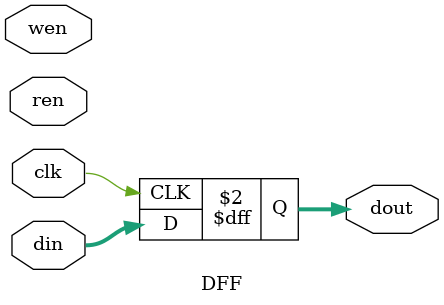
<source format=v>
`timescale 1ns / 1ps
module Memory(clk, ren, wen, addr, din, dout);
input clk;
input ren, wen;
input [6-1:0] addr;
input [8-1:0] din;
output [8-1:0] dout;
reg [8-1:0] dout;
wire [8-1:0] din0, din1, din2, din3, din4, din5, din6, din7,
din8, din9, din10, din11, din12, din13, din14, din15,
din16, din17, din18, din19, din20, din21, din22, din23,
din24, din25, din26, din27, din28, din29, din30, din31,
din32, din33, din34, din35, din36, din37, din38, din39,
din40, din41, din42, din43, din44, din45, din46, din47,
din48, din49, din50, din51, din52, din53, din54, din55,
din56, din57, din58, din59, din60, din61, din62, din63;

wire [8-1:0] w0, w1, w2, w3, w4, w5, w6, w7,
w8, w9, w10, w11, w12, w13, w14, w15,
w16, w17, w18, w19, w20, w21, w22, w23,
w24, w25, w26, w27, w28, w29, w30, w31,
w32, w33, w34, w35, w36, w37, w38, w39,
w40, w41, w42, w43, w44, w45, w46, w47,
w48, w49, w50, w51, w52, w53, w54, w55,
w56, w57, w58, w59, w60, w61, w62, w63;

assign din0 = (addr == 6'd0 && wen == 1 && ren == 1'b0) ? din : w0;
assign din1 = (addr == 6'd1 && wen == 1 && ren == 1'b0) ? din : w1;
assign din2 = (addr == 6'd2 && wen == 1 && ren == 1'b0) ? din : w2;
assign din3 = (addr == 6'd3 && wen == 1 && ren == 1'b0) ? din : w3;
assign din4 = (addr == 6'd4 && wen == 1 && ren == 1'b0) ? din : w4;
assign din5 = (addr == 6'd5 && wen == 1 && ren == 1'b0) ? din : w5;
assign din6 = (addr == 6'd6 && wen == 1 && ren == 1'b0) ? din : w6;
assign din7 = (addr == 6'd7 && wen == 1 && ren == 1'b0) ? din : w7;
assign din8 = (addr == 6'd8 && wen == 1 && ren == 1'b0) ? din : w8;
assign din9 = (addr == 6'd9 && wen == 1 && ren == 1'b0) ? din : w9;
assign din10 = (addr == 6'd10 && wen == 1 && ren == 1'b0) ? din : w10;
assign din11 = (addr == 6'd11 && wen == 1 && ren == 1'b0) ? din : w11;
assign din12 = (addr == 6'd12 && wen == 1 && ren == 1'b0) ? din : w12;
assign din13 = (addr == 6'd13 && wen == 1 && ren == 1'b0) ? din : w13;
assign din14 = (addr == 6'd14 && wen == 1 && ren == 1'b0) ? din : w14;
assign din15 = (addr == 6'd15 && wen == 1 && ren == 1'b0) ? din : w15;
assign din16 = (addr == 6'd16 && wen == 1 && ren == 1'b0) ? din : w16;
assign din17 = (addr == 6'd17 && wen == 1 && ren == 1'b0) ? din : w17;
assign din18 = (addr == 6'd18 && wen == 1 && ren == 1'b0) ? din : w18;
assign din19 = (addr == 6'd19 && wen == 1 && ren == 1'b0) ? din : w19;
assign din20 = (addr == 6'd20 && wen == 1 && ren == 1'b0) ? din : w20;
assign din21 = (addr == 6'd21 && wen == 1 && ren == 1'b0) ? din : w21;
assign din22 = (addr == 6'd22 && wen == 1 && ren == 1'b0) ? din : w22;
assign din23 = (addr == 6'd23 && wen == 1 && ren == 1'b0) ? din : w23;
assign din24 = (addr == 6'd24 && wen == 1 && ren == 1'b0) ? din : w24;
assign din25 = (addr == 6'd25 && wen == 1 && ren == 1'b0) ? din : w25;
assign din26 = (addr == 6'd26 && wen == 1 && ren == 1'b0) ? din : w26;
assign din27 = (addr == 6'd27 && wen == 1 && ren == 1'b0) ? din : w27;
assign din28 = (addr == 6'd28 && wen == 1 && ren == 1'b0) ? din : w28;
assign din29 = (addr == 6'd29 && wen == 1 && ren == 1'b0) ? din : w29;
assign din30 = (addr == 6'd30 && wen == 1 && ren == 1'b0) ? din : w30;
assign din31 = (addr == 6'd31 && wen == 1 && ren == 1'b0) ? din : w31;
assign din32 = (addr == 6'd32 && wen == 1 && ren == 1'b0) ? din : w32;
assign din33 = (addr == 6'd33 && wen == 1 && ren == 1'b0) ? din : w33;
assign din34 = (addr == 6'd34 && wen == 1 && ren == 1'b0) ? din : w34;
assign din35 = (addr == 6'd35 && wen == 1 && ren == 1'b0) ? din : w35;
assign din36 = (addr == 6'd36 && wen == 1 && ren == 1'b0) ? din : w36;
assign din37 = (addr == 6'd37 && wen == 1 && ren == 1'b0) ? din : w37;
assign din38 = (addr == 6'd38 && wen == 1 && ren == 1'b0) ? din : w38;
assign din39 = (addr == 6'd39 && wen == 1 && ren == 1'b0) ? din : w39;
assign din40 = (addr == 6'd40 && wen == 1 && ren == 1'b0) ? din : w40;
assign din41 = (addr == 6'd41 && wen == 1 && ren == 1'b0) ? din : w41;
assign din42 = (addr == 6'd42 && wen == 1 && ren == 1'b0) ? din : w42;
assign din43 = (addr == 6'd43 && wen == 1 && ren == 1'b0) ? din : w43;
assign din44 = (addr == 6'd44 && wen == 1 && ren == 1'b0) ? din : w44;
assign din45 = (addr == 6'd45 && wen == 1 && ren == 1'b0) ? din : w45;
assign din46 = (addr == 6'd46 && wen == 1 && ren == 1'b0) ? din : w46;
assign din47 = (addr == 6'd47 && wen == 1 && ren == 1'b0) ? din : w47;
assign din48 = (addr == 6'd48 && wen == 1 && ren == 1'b0) ? din : w48;
assign din49 = (addr == 6'd49 && wen == 1 && ren == 1'b0) ? din : w49;
assign din50 = (addr == 6'd50 && wen == 1 && ren == 1'b0) ? din : w50;
assign din51 = (addr == 6'd51 && wen == 1 && ren == 1'b0) ? din : w51;
assign din52 = (addr == 6'd52 && wen == 1 && ren == 1'b0) ? din : w52;
assign din53 = (addr == 6'd53 && wen == 1 && ren == 1'b0) ? din : w53;
assign din54 = (addr == 6'd54 && wen == 1 && ren == 1'b0) ? din : w54;
assign din55 = (addr == 6'd55 && wen == 1 && ren == 1'b0) ? din : w55;
assign din56 = (addr == 6'd56 && wen == 1 && ren == 1'b0) ? din : w56;
assign din57 = (addr == 6'd57 && wen == 1 && ren == 1'b0) ? din : w57;
assign din58 = (addr == 6'd58 && wen == 1 && ren == 1'b0) ? din : w58;
assign din59 = (addr == 6'd59 && wen == 1 && ren == 1'b0) ? din : w59;
assign din60 = (addr == 6'd60 && wen == 1 && ren == 1'b0) ? din : w60;
assign din61 = (addr == 6'd61 && wen == 1 && ren == 1'b0) ? din : w61;
assign din62 = (addr == 6'd62 && wen == 1 && ren == 1'b0) ? din : w62;
assign din63 = (addr == 6'd63 && wen == 1 && ren == 1'b0) ? din : w63;

DFF D0(clk, ren, wen, din0, w0);
DFF D1(clk, ren, wen, din1, w1);
DFF D2(clk, ren, wen, din2, w2);
DFF D3(clk, ren, wen, din3, w3);
DFF D4(clk, ren, wen, din4, w4);
DFF D5(clk, ren, wen, din5, w5);
DFF D6(clk, ren, wen, din6, w6);
DFF D7(clk, ren, wen, din7, w7);
DFF D8(clk, ren, wen, din8, w8);
DFF D9(clk, ren, wen, din9, w9);
DFF D10(clk, ren, wen, din10, w10);
DFF D11(clk, ren, wen, din11, w11);
DFF D12(clk, ren, wen, din12, w12);
DFF D13(clk, ren, wen, din13, w13);
DFF D14(clk, ren, wen, din14, w14);
DFF D15(clk, ren, wen, din15, w15);
DFF D16(clk, ren, wen, din16, w16);
DFF D17(clk, ren, wen, din17, w17);
DFF D18(clk, ren, wen, din18, w18);
DFF D19(clk, ren, wen, din19, w19);
DFF D20(clk, ren, wen, din20, w20);
DFF D21(clk, ren, wen, din21, w21);
DFF D22(clk, ren, wen, din22, w22);
DFF D23(clk, ren, wen, din23, w23);
DFF D24(clk, ren, wen, din24, w24);
DFF D25(clk, ren, wen, din25, w25);
DFF D26(clk, ren, wen, din26, w26);
DFF D27(clk, ren, wen, din27, w27);
DFF D28(clk, ren, wen, din28, w28);
DFF D29(clk, ren, wen, din29, w29);
DFF D30(clk, ren, wen, din30, w30);
DFF D31(clk, ren, wen, din31, w31);
DFF D32(clk, ren, wen, din32, w32);
DFF D33(clk, ren, wen, din33, w33);
DFF D34(clk, ren, wen, din34, w34);
DFF D35(clk, ren, wen, din35, w35);
DFF D36(clk, ren, wen, din36, w36);
DFF D37(clk, ren, wen, din37, w37);
DFF D38(clk, ren, wen, din38, w38);
DFF D39(clk, ren, wen, din39, w39);
DFF D40(clk, ren, wen, din40, w40);
DFF D41(clk, ren, wen, din41, w41);
DFF D42(clk, ren, wen, din42, w42);
DFF D43(clk, ren, wen, din43, w43);
DFF D44(clk, ren, wen, din44, w44);
DFF D45(clk, ren, wen, din45, w45);
DFF D46(clk, ren, wen, din46, w46);
DFF D47(clk, ren, wen, din47, w47);
DFF D48(clk, ren, wen, din48, w48);
DFF D49(clk, ren, wen, din49, w49);
DFF D50(clk, ren, wen, din50, w50);
DFF D51(clk, ren, wen, din51, w51);
DFF D52(clk, ren, wen, din52, w52);
DFF D53(clk, ren, wen, din53, w53);
DFF D54(clk, ren, wen, din54, w54);
DFF D55(clk, ren, wen, din55, w55);
DFF D56(clk, ren, wen, din56, w56);
DFF D57(clk, ren, wen, din57, w57);
DFF D58(clk, ren, wen, din58, w58);
DFF D59(clk, ren, wen, din59, w59);
DFF D60(clk, ren, wen, din60, w60);
DFF D61(clk, ren, wen, din61, w61);
DFF D62(clk, ren, wen, din62, w62);
DFF D63(clk, ren, wen, din63, w63);

always@ (*)
    case({addr,ren})
        7'd0:dout = 8'd0;
        7'd1:dout = w0;
        7'd2:dout = 8'd0;
        7'd3:dout = w1;
        7'd4:dout = 8'd0;
        7'd5:dout = w2;
        7'd6:dout = 8'd0;
        7'd7:dout = w3;
        7'd8:dout = 8'd0;
        7'd9:dout = w4;
        7'd10:dout = 8'd0;
        7'd11:dout = w5;
        7'd12:dout = 8'd0;
        7'd13:dout = w6;
        7'd14:dout = 8'd0;
        7'd15:dout = w7;
        7'd16:dout = 8'd0;
        7'd17:dout = w8;
        7'd18:dout = 8'd0;
        7'd19:dout = w9;
        7'd20:dout = 8'd0;
        7'd21:dout = w10;
        7'd22:dout = 8'd0;
        7'd23:dout = w11;
        7'd24:dout = 8'd0;
        7'd25:dout = w12;
        7'd26:dout = 8'd0;
        7'd27:dout = w13;
        7'd28:dout = 8'd0;
        7'd29:dout = w14;
        7'd30:dout = 8'd0;
        7'd31:dout = w15;
        7'd32:dout = 8'd0;
        7'd33:dout = w16;
        7'd34:dout = 8'd0;
        7'd35:dout = w17;
        7'd36:dout = 8'd0;
        7'd37:dout = w18;
        7'd38:dout = 8'd0;
        7'd39:dout = w19;
        7'd40:dout = 8'd0;
        7'd41:dout = w20;
        7'd42:dout = 8'd0;
        7'd43:dout = w21;
        7'd44:dout = 8'd0;
        7'd45:dout = w22;
        7'd46:dout = 8'd0;
        7'd47:dout = w23;
        7'd48:dout = 8'd0;
        7'd49:dout = w24;
        7'd50:dout = 8'd0;
        7'd51:dout = w25;
        7'd52:dout = 8'd0;
        7'd53:dout = w26;
        7'd54:dout = 8'd0;
        7'd55:dout = w27;
        7'd56:dout = 8'd0;
        7'd57:dout = w28;
        7'd58:dout = 8'd0;
        7'd59:dout = w29;
        7'd60:dout = 8'd0;
        7'd61:dout = w30;
        7'd62:dout = 8'd0;
        7'd63:dout = w31;
        7'd64:dout = 8'd0;
        7'd65:dout = w32;
        7'd66:dout = 8'd0;
        7'd67:dout = w33;
        7'd68:dout = 8'd0;
        7'd69:dout = w34;
        7'd70:dout = 8'd0;
        7'd71:dout = w35;
        7'd72:dout = 8'd0;
        7'd73:dout = w36;
        7'd74:dout = 8'd0;
        7'd75:dout = w37;
        7'd76:dout = 8'd0;
        7'd77:dout = w38;
        7'd78:dout = 8'd0;
        7'd79:dout = w39;
        7'd80:dout = 8'd0;
        7'd81:dout = w40;
        7'd82:dout = 8'd0;
        7'd83:dout = w41;
        7'd84:dout = 8'd0;
        7'd85:dout = w42;
        7'd86:dout = 8'd0;
        7'd87:dout = w43;
        7'd88:dout = 8'd0;
        7'd89:dout = w44;
        7'd90:dout = 8'd0;
        7'd91:dout = w45;
        7'd92:dout = 8'd0;
        7'd93:dout = w46;
        7'd94:dout = 8'd0;
        7'd95:dout = w47;
        7'd96:dout = 8'd0;
        7'd97:dout = w48;
        7'd98:dout = 8'd0;
        7'd99:dout = w49;
        7'd100:dout = 8'd0;
        7'd101:dout = w50;
        7'd102:dout = 8'd0;
        7'd103:dout = w51;
        7'd104:dout = 8'd0;
        7'd105:dout = w52;
        7'd106:dout = 8'd0;
        7'd107:dout = w53;
        7'd108:dout = 8'd0;
        7'd109:dout = w54;
        7'd110:dout = 8'd0;
        7'd111:dout = w55;
        7'd112:dout = 8'd0;
        7'd113:dout = w56;
        7'd114:dout = 8'd0;
        7'd115:dout = w57;
        7'd116:dout = 8'd0;
        7'd117:dout = w58;
        7'd118:dout = 8'd0;
        7'd119:dout = w59;
        7'd120:dout = 8'd0;
        7'd121:dout = w60;
        7'd122:dout = 8'd0;
        7'd123:dout = w61;
        7'd124:dout = 8'd0;
        7'd125:dout = w62;
        7'd126:dout = 8'd0;
        7'd127:dout = w63;
    endcase
endmodule

module DFF(clk, ren, wen, din, dout);
input clk, ren, wen;
input [8-1:0] din;
output [8-1:0] dout;
reg [8-1:0] dout;
always@ (posedge clk)
begin
   dout <= din;
end
endmodule

</source>
